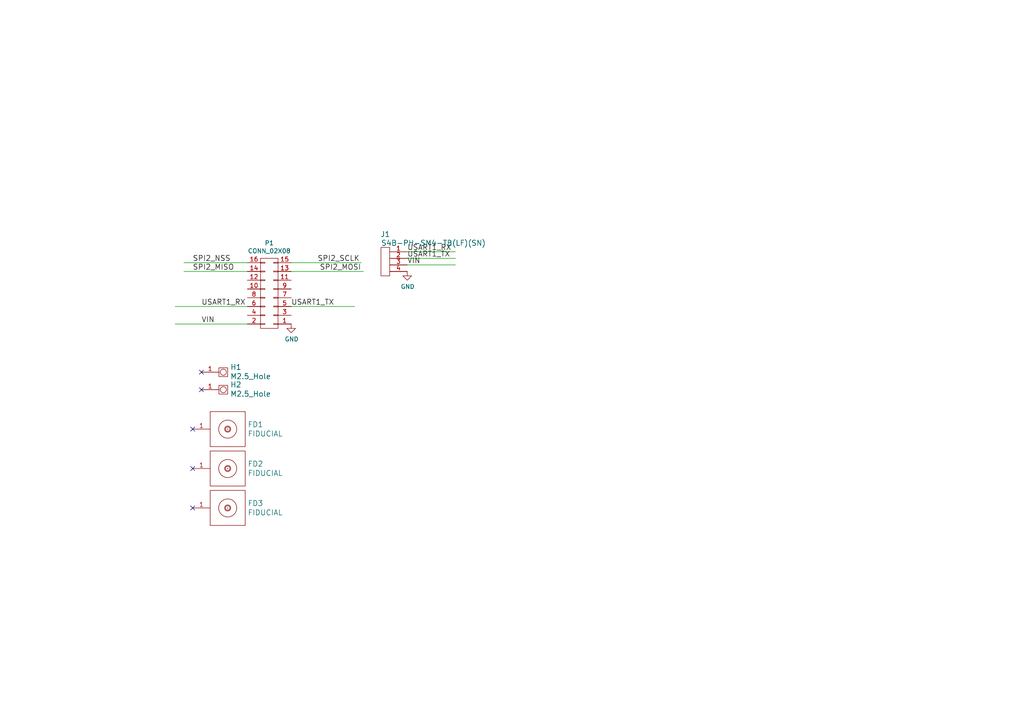
<source format=kicad_sch>
(kicad_sch (version 20230121) (generator eeschema)
  (paper "A4")
  (lib_symbols
    (symbol "JST_Adapter-rescue:CONN_02X08" (pin_names (offset 0.0254) hide)
      (property "Reference" "P" (at 0 11.43 0))
      (property "Value" "CONN_02X08" (at 0 0 90))
      (symbol "CONN_02X08_0_1"
        (rectangle (start -2.54 -8.763) (end -1.27 -9.017))
        (rectangle (start -2.54 -6.223) (end -1.27 -6.477))
        (rectangle (start -2.54 -3.683) (end -1.27 -3.937))
        (rectangle (start -2.54 -1.143) (end -1.27 -1.397))
        (rectangle (start -2.54 1.397) (end -1.27 1.143))
        (rectangle (start -2.54 3.937) (end -1.27 3.683))
        (rectangle (start -2.54 6.477) (end -1.27 6.223))
        (rectangle (start -2.54 9.017) (end -1.27 8.763))
        (rectangle (start -2.54 10.16) (end 2.54 -10.16))
        (rectangle (start 1.27 -8.763) (end 2.54 -9.017))
        (rectangle (start 1.27 -6.223) (end 2.54 -6.477))
        (rectangle (start 1.27 -3.683) (end 2.54 -3.937))
        (rectangle (start 1.27 -1.143) (end 2.54 -1.397))
        (rectangle (start 1.27 1.397) (end 2.54 1.143))
        (rectangle (start 1.27 3.937) (end 2.54 3.683))
        (rectangle (start 1.27 6.477) (end 2.54 6.223))
        (rectangle (start 1.27 9.017) (end 2.54 8.763))
      )
      (symbol "CONN_02X08_1_1"
        (pin passive line (at -6.35 8.89 0) (length 3.81) (name "P1") (number "1"))
        (pin passive line (at 6.35 -1.27 180) (length 3.81) (name "P10") (number "10"))
        (pin passive line (at -6.35 -3.81 0) (length 3.81) (name "P11") (number "11"))
        (pin passive line (at 6.35 -3.81 180) (length 3.81) (name "P12") (number "12"))
        (pin passive line (at -6.35 -6.35 0) (length 3.81) (name "P13") (number "13"))
        (pin passive line (at 6.35 -6.35 180) (length 3.81) (name "P14") (number "14"))
        (pin passive line (at -6.35 -8.89 0) (length 3.81) (name "P15") (number "15"))
        (pin passive line (at 6.35 -8.89 180) (length 3.81) (name "P16") (number "16"))
        (pin passive line (at 6.35 8.89 180) (length 3.81) (name "P2") (number "2"))
        (pin passive line (at -6.35 6.35 0) (length 3.81) (name "P3") (number "3"))
        (pin passive line (at 6.35 6.35 180) (length 3.81) (name "P4") (number "4"))
        (pin passive line (at -6.35 3.81 0) (length 3.81) (name "P5") (number "5"))
        (pin passive line (at 6.35 3.81 180) (length 3.81) (name "P6") (number "6"))
        (pin passive line (at -6.35 1.27 0) (length 3.81) (name "P7") (number "7"))
        (pin passive line (at 6.35 1.27 180) (length 3.81) (name "P8") (number "8"))
        (pin passive line (at -6.35 -1.27 0) (length 3.81) (name "P9") (number "9"))
      )
    )
    (symbol "JST_Adapter-rescue:FIDUCIAL" (pin_names (offset 1.016))
      (property "Reference" "FD" (at 5.715 8.255 0))
      (property "Value" "FIDUCIAL" (at 15.24 -8.255 0))
      (symbol "FIDUCIAL_0_1"
        (rectangle (start 0 5.08) (end 10.16 -5.08))
        (circle (center 5.08 0) (radius 0.0001))
        (circle (center 5.08 0) (radius 0.635))
        (circle (center 5.08 0) (radius 0.889))
        (circle (center 5.08 0) (radius 2.6162))
      )
      (symbol "FIDUCIAL_1_1"
        (pin input line (at -5.08 0 0) (length 5.08) (name "~") (number "1"))
      )
    )
    (symbol "JST_Adapter-rescue:GND" (power) (pin_names (offset 0))
      (property "Value" "GND" (at 0 -3.81 0))
      (symbol "GND_0_1"
        (polyline (pts (xy 0 0) (xy 0 -1.27) (xy 1.27 -1.27) (xy 0 -2.54) (xy -1.27 -1.27) (xy 0 -1.27)))
      )
      (symbol "GND_1_1"
        (pin power_in line (at 0 0 270) (length 0) hide (name "GND") (number "1"))
      )
    )
    (symbol "JST_Adapter-rescue:M2.5_Hole" (pin_names (offset 1.016))
      (property "Reference" "H" (at 0 2.54 0))
      (property "Value" "M2.5_Hole" (at 4.445 -2.54 0))
      (symbol "M2.5_Hole_0_1"
        (rectangle (start -1.27 1.27) (end 1.27 -1.27))
        (circle (center 0 0) (radius 0.889))
      )
      (symbol "M2.5_Hole_1_1"
        (pin input line (at -6.35 0 0) (length 5.08) (name "~") (number "1"))
      )
    )
    (symbol "JST_Adapter-rescue:S4B-PH-SM4-TB(LF)(SN)" (pin_names (offset 1.016))
      (property "Reference" "J" (at -1.27 4.445 0))
      (property "Value" "S4B-PH-SM4-TB(LF)(SN)" (at 10.16 -6.35 0))
      (symbol "S4B-PH-SM4-TB(LF)(SN)_0_1"
        (rectangle (start -2.54 3.175) (end 0 -5.08))
      )
      (symbol "S4B-PH-SM4-TB(LF)(SN)_1_1"
        (pin bidirectional line (at 5.08 1.905 180) (length 5.08) (name "~") (number "1"))
        (pin bidirectional line (at 5.08 0 180) (length 5.08) (name "~") (number "2"))
        (pin bidirectional line (at 5.08 -1.905 180) (length 5.08) (name "~") (number "3"))
        (pin bidirectional line (at 5.08 -3.81 180) (length 5.08) (name "~") (number "4"))
      )
    )
  )
  (no_connect (at 58.42 107.95))
  (no_connect (at 55.88 135.89))
  (no_connect (at 55.88 124.46))
  (no_connect (at 55.88 147.32))
  (no_connect (at 58.42 113.03))
  (wire (pts (xy 84.455 88.9) (xy 102.87 88.9)))
  (wire (pts (xy 105.41 78.74) (xy 84.455 78.74)))
  (wire (pts (xy 132.08 74.93) (xy 118.11 74.93)))
  (wire (pts (xy 50.8 93.98) (xy 71.755 93.98)))
  (wire (pts (xy 53.34 76.2) (xy 71.755 76.2)))
  (wire (pts (xy 132.08 76.835) (xy 118.11 76.835)))
  (wire (pts (xy 71.755 88.9) (xy 50.8 88.9)))
  (wire (pts (xy 132.08 73.025) (xy 118.11 73.025)))
  (wire (pts (xy 104.775 76.2) (xy 84.455 76.2)))
  (wire (pts (xy 53.34 78.74) (xy 71.755 78.74)))
  (label "SPI2_MOSI" (at 92.71 78.74 0) (effects (font (size 1.524 1.524))))
  (label "VIN" (at 58.42 93.98 0) (effects (font (size 1.524 1.524))))
  (label "SPI2_SCLK" (at 92.075 76.2 0) (effects (font (size 1.524 1.524))))
  (label "USART1_TX" (at 84.455 88.9 0) (effects (font (size 1.524 1.524))))
  (label "USART1_TX" (at 118.11 74.93 0) (effects (font (size 1.524 1.524))))
  (label "SPI2_NSS" (at 55.88 76.2 0) (effects (font (size 1.524 1.524))))
  (label "SPI2_MISO" (at 55.88 78.74 0) (effects (font (size 1.524 1.524))))
  (label "USART1_RX" (at 118.11 73.025 0) (effects (font (size 1.524 1.524))))
  (label "USART1_RX" (at 58.42 88.9 0) (effects (font (size 1.524 1.524))))
  (label "VIN" (at 118.11 76.835 0) (effects (font (size 1.524 1.524))))
  (symbol (lib_id "JST_Adapter-rescue:CONN_02X08") (at 78.105 85.09 180) (unit 1)
    (property "Reference" "P1" (at 78.105 70.485 0))
    (property "Value" "CONN_02X08" (at 78.105 72.7964 0))
    (property "Footprint" "Socket_Strips:Socket_Strip_Straight_2x08" (effects hide))
  )
  (symbol (lib_id "JST_Adapter-rescue:S4B-PH-SM4-TB(LF)(SN)") (at 113.03 74.93 0) (unit 1)
    (property "Reference" "J1" (at 111.76 67.945 0) (effects (font (size 1.524 1.524))))
    (property "Value" "S4B-PH-SM4-TB(LF)(SN)" (at 125.73 70.485 0) (effects (font (size 1.524 1.524))))
    (property "Footprint" "PCB_Footprints:S4B-PH-SM4-TB(LF)(SN)" (effects hide))
    (property "Datasheet" "http://www.jst-mfg.com/product/pdf/eng/ePH.pdf" (effects hide))
    (property "Cost" "0.32612 @ 5000" (effects hide))
    (property "Date Created " "9 Sept 2016" (effects hide))
    (property "Date Modified" "9 Sept 2016" (effects hide))
    (property "Designer " "Adam Vadala-Roth" (effects hide))
    (property "Height" "8mm" (effects hide))
    (property "RHoS?" "Yes" (effects hide))
    (property "MFR" "JST Sales America Inc" (effects hide))
    (property "MFR#" "S4B-PH-SM4-TB(LF)(SN)" (effects hide))
    (property "Mounting" "SMT/SMD" (effects hide))
    (property "Pin Count#" "4" (effects hide))
    (property "Status" "Active" (effects hide))
    (property "Tolerance" "N/A" (effects hide))
    (property "Type" "Surface Mount Right angle 4 pin connector" (effects hide))
    (property "Voltage" "N/A" (effects hide))
    (property "Wattage" "N/A" (effects hide))
    (property "Component-Value" "N/A" (effects hide))
    (property "Description" "4 Positions Header, Shrouded Connector 0.079\" (2.00mm) Through Hole Tin" (effects hide))
  )
  (symbol (lib_id "JST_Adapter-rescue:GND") (at 84.455 93.98 0) (unit 1)
    (property "Reference" "#PWR01" (effects hide))
    (property "Value" "GND" (at 84.582 98.3742 0))
  )
  (symbol (lib_id "JST_Adapter-rescue:GND") (at 118.11 78.74 0) (unit 1)
    (property "Reference" "#PWR03" (effects hide))
    (property "Value" "GND" (at 118.237 83.1342 0))
  )
  (symbol (lib_id "JST_Adapter-rescue:M2.5_Hole") (at 64.77 107.95 0) (unit 1)
    (property "Reference" "H1" (at 66.7512 106.4768 0) (effects (font (size 1.524 1.524)) (justify left)))
    (property "Value" "M2.5_Hole" (at 66.7512 109.1692 0) (effects (font (size 1.524 1.524)) (justify left)))
    (property "Footprint" "PCB_Footprints:M2.5_HOLE" (effects hide))
  )
  (symbol (lib_id "JST_Adapter-rescue:FIDUCIAL") (at 60.96 124.46 0) (unit 1)
    (property "Reference" "FD1" (at 71.8312 123.1138 0) (effects (font (size 1.524 1.524)) (justify left)))
    (property "Value" "FIDUCIAL" (at 71.8312 125.8062 0) (effects (font (size 1.524 1.524)) (justify left)))
    (property "Footprint" "PCB_Footprints:FIDUCIAL" (effects hide))
  )
  (symbol (lib_id "JST_Adapter-rescue:FIDUCIAL") (at 60.96 135.89 0) (unit 1)
    (property "Reference" "FD2" (at 71.8312 134.5438 0) (effects (font (size 1.524 1.524)) (justify left)))
    (property "Value" "FIDUCIAL" (at 71.8312 137.2362 0) (effects (font (size 1.524 1.524)) (justify left)))
    (property "Footprint" "PCB_Footprints:FIDUCIAL" (effects hide))
  )
  (symbol (lib_id "JST_Adapter-rescue:FIDUCIAL") (at 60.96 147.32 0) (unit 1)
    (property "Reference" "FD3" (at 71.8312 145.9738 0) (effects (font (size 1.524 1.524)) (justify left)))
    (property "Value" "FIDUCIAL" (at 71.8312 148.6662 0) (effects (font (size 1.524 1.524)) (justify left)))
    (property "Footprint" "PCB_Footprints:FIDUCIAL" (effects hide))
  )
  (symbol (lib_id "JST_Adapter-rescue:M2.5_Hole") (at 64.77 113.03 0) (unit 1)
    (property "Reference" "H2" (at 66.7512 111.5568 0) (effects (font (size 1.524 1.524)) (justify left)))
    (property "Value" "M2.5_Hole" (at 66.7512 114.2492 0) (effects (font (size 1.524 1.524)) (justify left)))
    (property "Footprint" "PCB_Footprints:M2.5_HOLE" (effects hide))
  )
)
</source>
